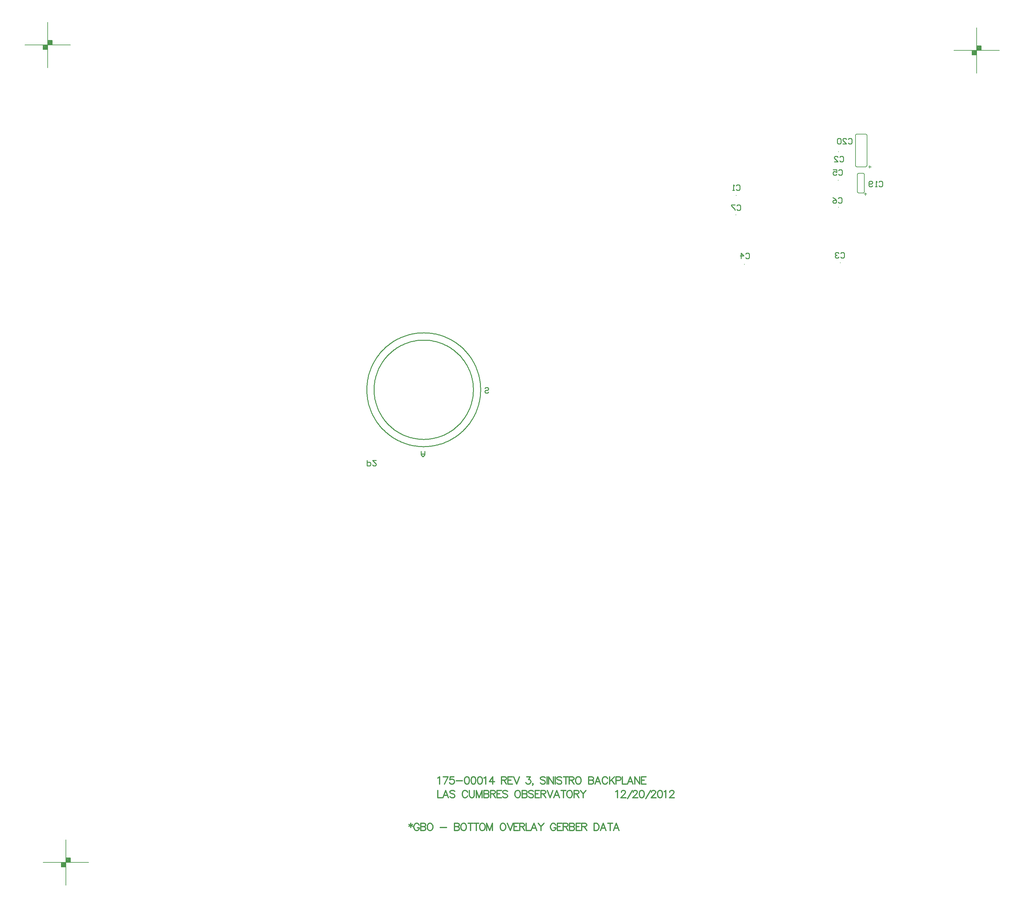
<source format=gbo>
%FSLAX23Y23*%
%MOIN*%
G70*
G01*
G75*
G04 Layer_Color=32896*
%ADD10R,0.037X0.035*%
%ADD11R,0.037X0.035*%
%ADD12R,0.070X0.135*%
%ADD13R,0.036X0.036*%
%ADD14R,0.036X0.028*%
%ADD15R,0.100X0.100*%
%ADD16R,0.078X0.048*%
%ADD17R,0.050X0.050*%
%ADD18R,0.050X0.050*%
%ADD19R,0.016X0.085*%
%ADD20R,0.709X0.020*%
%ADD21R,0.048X0.078*%
%ADD22R,0.135X0.070*%
%ADD23C,0.010*%
%ADD24C,0.030*%
%ADD25C,0.050*%
%ADD26C,0.006*%
%ADD27C,0.012*%
%ADD28C,0.008*%
%ADD29C,0.012*%
%ADD30C,0.012*%
%ADD31C,0.050*%
%ADD32O,0.090X0.110*%
G04:AMPARAMS|DCode=33|XSize=90mil|YSize=110mil|CornerRadius=0mil|HoleSize=0mil|Usage=FLASHONLY|Rotation=231.428|XOffset=0mil|YOffset=0mil|HoleType=Round|Shape=Round|*
%AMOVALD33*
21,1,0.020,0.090,0.000,0.000,321.4*
1,1,0.090,-0.008,0.006*
1,1,0.090,0.008,-0.006*
%
%ADD33OVALD33*%

G04:AMPARAMS|DCode=34|XSize=90mil|YSize=110mil|CornerRadius=0mil|HoleSize=0mil|Usage=FLASHONLY|Rotation=282.856|XOffset=0mil|YOffset=0mil|HoleType=Round|Shape=Round|*
%AMOVALD34*
21,1,0.020,0.090,0.000,0.000,12.9*
1,1,0.090,-0.010,-0.002*
1,1,0.090,0.010,0.002*
%
%ADD34OVALD34*%

G04:AMPARAMS|DCode=35|XSize=90mil|YSize=110mil|CornerRadius=0mil|HoleSize=0mil|Usage=FLASHONLY|Rotation=334.284|XOffset=0mil|YOffset=0mil|HoleType=Round|Shape=Round|*
%AMOVALD35*
21,1,0.020,0.090,0.000,0.000,64.3*
1,1,0.090,-0.004,-0.009*
1,1,0.090,0.004,0.009*
%
%ADD35OVALD35*%

G04:AMPARAMS|DCode=36|XSize=90mil|YSize=110mil|CornerRadius=0mil|HoleSize=0mil|Usage=FLASHONLY|Rotation=25.712|XOffset=0mil|YOffset=0mil|HoleType=Round|Shape=Round|*
%AMOVALD36*
21,1,0.020,0.090,0.000,0.000,115.7*
1,1,0.090,0.004,-0.009*
1,1,0.090,-0.004,0.009*
%
%ADD36OVALD36*%

G04:AMPARAMS|DCode=37|XSize=90mil|YSize=110mil|CornerRadius=0mil|HoleSize=0mil|Usage=FLASHONLY|Rotation=77.140|XOffset=0mil|YOffset=0mil|HoleType=Round|Shape=Round|*
%AMOVALD37*
21,1,0.020,0.090,0.000,0.000,167.1*
1,1,0.090,0.010,-0.002*
1,1,0.090,-0.010,0.002*
%
%ADD37OVALD37*%

G04:AMPARAMS|DCode=38|XSize=90mil|YSize=110mil|CornerRadius=0mil|HoleSize=0mil|Usage=FLASHONLY|Rotation=128.568|XOffset=0mil|YOffset=0mil|HoleType=Round|Shape=Round|*
%AMOVALD38*
21,1,0.020,0.090,0.000,0.000,218.6*
1,1,0.090,0.008,0.006*
1,1,0.090,-0.008,-0.006*
%
%ADD38OVALD38*%

G04:AMPARAMS|DCode=39|XSize=90mil|YSize=110mil|CornerRadius=0mil|HoleSize=0mil|Usage=FLASHONLY|Rotation=207.692|XOffset=0mil|YOffset=0mil|HoleType=Round|Shape=Round|*
%AMOVALD39*
21,1,0.020,0.090,0.000,0.000,297.7*
1,1,0.090,-0.005,0.009*
1,1,0.090,0.005,-0.009*
%
%ADD39OVALD39*%

G04:AMPARAMS|DCode=40|XSize=90mil|YSize=110mil|CornerRadius=0mil|HoleSize=0mil|Usage=FLASHONLY|Rotation=235.384|XOffset=0mil|YOffset=0mil|HoleType=Round|Shape=Round|*
%AMOVALD40*
21,1,0.020,0.090,0.000,0.000,325.4*
1,1,0.090,-0.008,0.006*
1,1,0.090,0.008,-0.006*
%
%ADD40OVALD40*%

G04:AMPARAMS|DCode=41|XSize=90mil|YSize=110mil|CornerRadius=0mil|HoleSize=0mil|Usage=FLASHONLY|Rotation=263.076|XOffset=0mil|YOffset=0mil|HoleType=Round|Shape=Round|*
%AMOVALD41*
21,1,0.020,0.090,0.000,0.000,353.1*
1,1,0.090,-0.010,0.001*
1,1,0.090,0.010,-0.001*
%
%ADD41OVALD41*%

G04:AMPARAMS|DCode=42|XSize=90mil|YSize=110mil|CornerRadius=0mil|HoleSize=0mil|Usage=FLASHONLY|Rotation=290.768|XOffset=0mil|YOffset=0mil|HoleType=Round|Shape=Round|*
%AMOVALD42*
21,1,0.020,0.090,0.000,0.000,20.8*
1,1,0.090,-0.009,-0.004*
1,1,0.090,0.009,0.004*
%
%ADD42OVALD42*%

G04:AMPARAMS|DCode=43|XSize=90mil|YSize=110mil|CornerRadius=0mil|HoleSize=0mil|Usage=FLASHONLY|Rotation=318.460|XOffset=0mil|YOffset=0mil|HoleType=Round|Shape=Round|*
%AMOVALD43*
21,1,0.020,0.090,0.000,0.000,48.5*
1,1,0.090,-0.007,-0.007*
1,1,0.090,0.007,0.007*
%
%ADD43OVALD43*%

G04:AMPARAMS|DCode=44|XSize=90mil|YSize=110mil|CornerRadius=0mil|HoleSize=0mil|Usage=FLASHONLY|Rotation=346.152|XOffset=0mil|YOffset=0mil|HoleType=Round|Shape=Round|*
%AMOVALD44*
21,1,0.020,0.090,0.000,0.000,76.2*
1,1,0.090,-0.002,-0.010*
1,1,0.090,0.002,0.010*
%
%ADD44OVALD44*%

G04:AMPARAMS|DCode=45|XSize=90mil|YSize=110mil|CornerRadius=0mil|HoleSize=0mil|Usage=FLASHONLY|Rotation=13.844|XOffset=0mil|YOffset=0mil|HoleType=Round|Shape=Round|*
%AMOVALD45*
21,1,0.020,0.090,0.000,0.000,103.8*
1,1,0.090,0.002,-0.010*
1,1,0.090,-0.002,0.010*
%
%ADD45OVALD45*%

G04:AMPARAMS|DCode=46|XSize=90mil|YSize=110mil|CornerRadius=0mil|HoleSize=0mil|Usage=FLASHONLY|Rotation=41.536|XOffset=0mil|YOffset=0mil|HoleType=Round|Shape=Round|*
%AMOVALD46*
21,1,0.020,0.090,0.000,0.000,131.5*
1,1,0.090,0.007,-0.007*
1,1,0.090,-0.007,0.007*
%
%ADD46OVALD46*%

G04:AMPARAMS|DCode=47|XSize=90mil|YSize=110mil|CornerRadius=0mil|HoleSize=0mil|Usage=FLASHONLY|Rotation=69.228|XOffset=0mil|YOffset=0mil|HoleType=Round|Shape=Round|*
%AMOVALD47*
21,1,0.020,0.090,0.000,0.000,159.2*
1,1,0.090,0.009,-0.004*
1,1,0.090,-0.009,0.004*
%
%ADD47OVALD47*%

G04:AMPARAMS|DCode=48|XSize=90mil|YSize=110mil|CornerRadius=0mil|HoleSize=0mil|Usage=FLASHONLY|Rotation=96.920|XOffset=0mil|YOffset=0mil|HoleType=Round|Shape=Round|*
%AMOVALD48*
21,1,0.020,0.090,0.000,0.000,186.9*
1,1,0.090,0.010,0.001*
1,1,0.090,-0.010,-0.001*
%
%ADD48OVALD48*%

G04:AMPARAMS|DCode=49|XSize=90mil|YSize=110mil|CornerRadius=0mil|HoleSize=0mil|Usage=FLASHONLY|Rotation=124.612|XOffset=0mil|YOffset=0mil|HoleType=Round|Shape=Round|*
%AMOVALD49*
21,1,0.020,0.090,0.000,0.000,214.6*
1,1,0.090,0.008,0.006*
1,1,0.090,-0.008,-0.006*
%
%ADD49OVALD49*%

G04:AMPARAMS|DCode=50|XSize=90mil|YSize=110mil|CornerRadius=0mil|HoleSize=0mil|Usage=FLASHONLY|Rotation=152.304|XOffset=0mil|YOffset=0mil|HoleType=Round|Shape=Round|*
%AMOVALD50*
21,1,0.020,0.090,0.000,0.000,242.3*
1,1,0.090,0.005,0.009*
1,1,0.090,-0.005,-0.009*
%
%ADD50OVALD50*%

G04:AMPARAMS|DCode=51|XSize=90mil|YSize=110mil|CornerRadius=0mil|HoleSize=0mil|Usage=FLASHONLY|Rotation=198.000|XOffset=0mil|YOffset=0mil|HoleType=Round|Shape=Round|*
%AMOVALD51*
21,1,0.020,0.090,0.000,0.000,288.0*
1,1,0.090,-0.003,0.010*
1,1,0.090,0.003,-0.010*
%
%ADD51OVALD51*%

G04:AMPARAMS|DCode=52|XSize=90mil|YSize=110mil|CornerRadius=0mil|HoleSize=0mil|Usage=FLASHONLY|Rotation=216.000|XOffset=0mil|YOffset=0mil|HoleType=Round|Shape=Round|*
%AMOVALD52*
21,1,0.020,0.090,0.000,0.000,306.0*
1,1,0.090,-0.006,0.008*
1,1,0.090,0.006,-0.008*
%
%ADD52OVALD52*%

G04:AMPARAMS|DCode=53|XSize=90mil|YSize=110mil|CornerRadius=0mil|HoleSize=0mil|Usage=FLASHONLY|Rotation=234.000|XOffset=0mil|YOffset=0mil|HoleType=Round|Shape=Round|*
%AMOVALD53*
21,1,0.020,0.090,0.000,0.000,324.0*
1,1,0.090,-0.008,0.006*
1,1,0.090,0.008,-0.006*
%
%ADD53OVALD53*%

G04:AMPARAMS|DCode=54|XSize=90mil|YSize=110mil|CornerRadius=0mil|HoleSize=0mil|Usage=FLASHONLY|Rotation=252.000|XOffset=0mil|YOffset=0mil|HoleType=Round|Shape=Round|*
%AMOVALD54*
21,1,0.020,0.090,0.000,0.000,342.0*
1,1,0.090,-0.010,0.003*
1,1,0.090,0.010,-0.003*
%
%ADD54OVALD54*%

%ADD55O,0.110X0.090*%
G04:AMPARAMS|DCode=56|XSize=90mil|YSize=110mil|CornerRadius=0mil|HoleSize=0mil|Usage=FLASHONLY|Rotation=288.000|XOffset=0mil|YOffset=0mil|HoleType=Round|Shape=Round|*
%AMOVALD56*
21,1,0.020,0.090,0.000,0.000,18.0*
1,1,0.090,-0.010,-0.003*
1,1,0.090,0.010,0.003*
%
%ADD56OVALD56*%

G04:AMPARAMS|DCode=57|XSize=90mil|YSize=110mil|CornerRadius=0mil|HoleSize=0mil|Usage=FLASHONLY|Rotation=306.000|XOffset=0mil|YOffset=0mil|HoleType=Round|Shape=Round|*
%AMOVALD57*
21,1,0.020,0.090,0.000,0.000,36.0*
1,1,0.090,-0.008,-0.006*
1,1,0.090,0.008,0.006*
%
%ADD57OVALD57*%

G04:AMPARAMS|DCode=58|XSize=90mil|YSize=110mil|CornerRadius=0mil|HoleSize=0mil|Usage=FLASHONLY|Rotation=324.000|XOffset=0mil|YOffset=0mil|HoleType=Round|Shape=Round|*
%AMOVALD58*
21,1,0.020,0.090,0.000,0.000,54.0*
1,1,0.090,-0.006,-0.008*
1,1,0.090,0.006,0.008*
%
%ADD58OVALD58*%

G04:AMPARAMS|DCode=59|XSize=90mil|YSize=110mil|CornerRadius=0mil|HoleSize=0mil|Usage=FLASHONLY|Rotation=342.000|XOffset=0mil|YOffset=0mil|HoleType=Round|Shape=Round|*
%AMOVALD59*
21,1,0.020,0.090,0.000,0.000,72.0*
1,1,0.090,-0.003,-0.010*
1,1,0.090,0.003,0.010*
%
%ADD59OVALD59*%

%ADD60C,0.059*%
%ADD61R,0.059X0.059*%
%ADD62R,0.070X0.070*%
%ADD63C,0.070*%
%ADD64C,0.040*%
%ADD65C,0.236*%
%ADD66C,0.024*%
%ADD67C,0.010*%
%ADD68C,0.040*%
%ADD69C,0.065*%
G04:AMPARAMS|DCode=70|XSize=85mil|YSize=85mil|CornerRadius=0mil|HoleSize=0mil|Usage=FLASHONLY|Rotation=0.000|XOffset=0mil|YOffset=0mil|HoleType=Round|Shape=Relief|Width=10mil|Gap=10mil|Entries=4|*
%AMTHD70*
7,0,0,0.085,0.065,0.010,45*
%
%ADD70THD70*%
G04:AMPARAMS|DCode=71|XSize=130mil|YSize=130mil|CornerRadius=0mil|HoleSize=0mil|Usage=FLASHONLY|Rotation=0.000|XOffset=0mil|YOffset=0mil|HoleType=Round|Shape=Relief|Width=10mil|Gap=10mil|Entries=4|*
%AMTHD71*
7,0,0,0.130,0.110,0.010,45*
%
%ADD71THD71*%
%ADD72C,0.110*%
%ADD73C,0.079*%
G04:AMPARAMS|DCode=74|XSize=99.37mil|YSize=99.37mil|CornerRadius=0mil|HoleSize=0mil|Usage=FLASHONLY|Rotation=0.000|XOffset=0mil|YOffset=0mil|HoleType=Round|Shape=Relief|Width=10mil|Gap=10mil|Entries=4|*
%AMTHD74*
7,0,0,0.099,0.079,0.010,45*
%
%ADD74THD74*%
%ADD75C,0.075*%
%ADD76C,0.080*%
G04:AMPARAMS|DCode=77|XSize=95.433mil|YSize=95.433mil|CornerRadius=0mil|HoleSize=0mil|Usage=FLASHONLY|Rotation=0.000|XOffset=0mil|YOffset=0mil|HoleType=Round|Shape=Relief|Width=10mil|Gap=10mil|Entries=4|*
%AMTHD77*
7,0,0,0.095,0.075,0.010,45*
%
%ADD77THD77*%
%ADD78C,0.174*%
G04:AMPARAMS|DCode=79|XSize=70mil|YSize=70mil|CornerRadius=0mil|HoleSize=0mil|Usage=FLASHONLY|Rotation=0.000|XOffset=0mil|YOffset=0mil|HoleType=Round|Shape=Relief|Width=10mil|Gap=10mil|Entries=4|*
%AMTHD79*
7,0,0,0.070,0.050,0.010,45*
%
%ADD79THD79*%
%ADD80C,0.020*%
G04:AMPARAMS|DCode=81|XSize=100mil|YSize=100mil|CornerRadius=0mil|HoleSize=0mil|Usage=FLASHONLY|Rotation=0.000|XOffset=0mil|YOffset=0mil|HoleType=Round|Shape=Relief|Width=10mil|Gap=10mil|Entries=4|*
%AMTHD81*
7,0,0,0.100,0.080,0.010,45*
%
%ADD81THD81*%
%ADD82C,0.010*%
%ADD83C,0.008*%
%ADD84C,0.007*%
%ADD85R,0.257X0.178*%
%ADD86R,1.096X0.079*%
%ADD87R,1.496X0.079*%
%ADD88R,1.000X0.079*%
%ADD89R,0.045X0.043*%
%ADD90R,0.045X0.043*%
%ADD91R,0.078X0.143*%
%ADD92R,0.044X0.044*%
%ADD93R,0.044X0.036*%
%ADD94R,0.108X0.108*%
%ADD95R,0.086X0.056*%
%ADD96R,0.058X0.058*%
%ADD97R,0.058X0.058*%
%ADD98R,0.024X0.093*%
%ADD99R,0.717X0.028*%
%ADD100R,0.056X0.086*%
%ADD101R,0.143X0.078*%
%ADD102O,0.098X0.118*%
G04:AMPARAMS|DCode=103|XSize=98mil|YSize=118mil|CornerRadius=0mil|HoleSize=0mil|Usage=FLASHONLY|Rotation=231.428|XOffset=0mil|YOffset=0mil|HoleType=Round|Shape=Round|*
%AMOVALD103*
21,1,0.020,0.098,0.000,0.000,321.4*
1,1,0.098,-0.008,0.006*
1,1,0.098,0.008,-0.006*
%
%ADD103OVALD103*%

G04:AMPARAMS|DCode=104|XSize=98mil|YSize=118mil|CornerRadius=0mil|HoleSize=0mil|Usage=FLASHONLY|Rotation=282.856|XOffset=0mil|YOffset=0mil|HoleType=Round|Shape=Round|*
%AMOVALD104*
21,1,0.020,0.098,0.000,0.000,12.9*
1,1,0.098,-0.010,-0.002*
1,1,0.098,0.010,0.002*
%
%ADD104OVALD104*%

G04:AMPARAMS|DCode=105|XSize=98mil|YSize=118mil|CornerRadius=0mil|HoleSize=0mil|Usage=FLASHONLY|Rotation=334.284|XOffset=0mil|YOffset=0mil|HoleType=Round|Shape=Round|*
%AMOVALD105*
21,1,0.020,0.098,0.000,0.000,64.3*
1,1,0.098,-0.004,-0.009*
1,1,0.098,0.004,0.009*
%
%ADD105OVALD105*%

G04:AMPARAMS|DCode=106|XSize=98mil|YSize=118mil|CornerRadius=0mil|HoleSize=0mil|Usage=FLASHONLY|Rotation=25.712|XOffset=0mil|YOffset=0mil|HoleType=Round|Shape=Round|*
%AMOVALD106*
21,1,0.020,0.098,0.000,0.000,115.7*
1,1,0.098,0.004,-0.009*
1,1,0.098,-0.004,0.009*
%
%ADD106OVALD106*%

G04:AMPARAMS|DCode=107|XSize=98mil|YSize=118mil|CornerRadius=0mil|HoleSize=0mil|Usage=FLASHONLY|Rotation=77.140|XOffset=0mil|YOffset=0mil|HoleType=Round|Shape=Round|*
%AMOVALD107*
21,1,0.020,0.098,0.000,0.000,167.1*
1,1,0.098,0.010,-0.002*
1,1,0.098,-0.010,0.002*
%
%ADD107OVALD107*%

G04:AMPARAMS|DCode=108|XSize=98mil|YSize=118mil|CornerRadius=0mil|HoleSize=0mil|Usage=FLASHONLY|Rotation=128.568|XOffset=0mil|YOffset=0mil|HoleType=Round|Shape=Round|*
%AMOVALD108*
21,1,0.020,0.098,0.000,0.000,218.6*
1,1,0.098,0.008,0.006*
1,1,0.098,-0.008,-0.006*
%
%ADD108OVALD108*%

G04:AMPARAMS|DCode=109|XSize=98mil|YSize=118mil|CornerRadius=0mil|HoleSize=0mil|Usage=FLASHONLY|Rotation=207.692|XOffset=0mil|YOffset=0mil|HoleType=Round|Shape=Round|*
%AMOVALD109*
21,1,0.020,0.098,0.000,0.000,297.7*
1,1,0.098,-0.005,0.009*
1,1,0.098,0.005,-0.009*
%
%ADD109OVALD109*%

G04:AMPARAMS|DCode=110|XSize=98mil|YSize=118mil|CornerRadius=0mil|HoleSize=0mil|Usage=FLASHONLY|Rotation=235.384|XOffset=0mil|YOffset=0mil|HoleType=Round|Shape=Round|*
%AMOVALD110*
21,1,0.020,0.098,0.000,0.000,325.4*
1,1,0.098,-0.008,0.006*
1,1,0.098,0.008,-0.006*
%
%ADD110OVALD110*%

G04:AMPARAMS|DCode=111|XSize=98mil|YSize=118mil|CornerRadius=0mil|HoleSize=0mil|Usage=FLASHONLY|Rotation=263.076|XOffset=0mil|YOffset=0mil|HoleType=Round|Shape=Round|*
%AMOVALD111*
21,1,0.020,0.098,0.000,0.000,353.1*
1,1,0.098,-0.010,0.001*
1,1,0.098,0.010,-0.001*
%
%ADD111OVALD111*%

G04:AMPARAMS|DCode=112|XSize=98mil|YSize=118mil|CornerRadius=0mil|HoleSize=0mil|Usage=FLASHONLY|Rotation=290.768|XOffset=0mil|YOffset=0mil|HoleType=Round|Shape=Round|*
%AMOVALD112*
21,1,0.020,0.098,0.000,0.000,20.8*
1,1,0.098,-0.009,-0.004*
1,1,0.098,0.009,0.004*
%
%ADD112OVALD112*%

G04:AMPARAMS|DCode=113|XSize=98mil|YSize=118mil|CornerRadius=0mil|HoleSize=0mil|Usage=FLASHONLY|Rotation=318.460|XOffset=0mil|YOffset=0mil|HoleType=Round|Shape=Round|*
%AMOVALD113*
21,1,0.020,0.098,0.000,0.000,48.5*
1,1,0.098,-0.007,-0.007*
1,1,0.098,0.007,0.007*
%
%ADD113OVALD113*%

G04:AMPARAMS|DCode=114|XSize=98mil|YSize=118mil|CornerRadius=0mil|HoleSize=0mil|Usage=FLASHONLY|Rotation=346.152|XOffset=0mil|YOffset=0mil|HoleType=Round|Shape=Round|*
%AMOVALD114*
21,1,0.020,0.098,0.000,0.000,76.2*
1,1,0.098,-0.002,-0.010*
1,1,0.098,0.002,0.010*
%
%ADD114OVALD114*%

G04:AMPARAMS|DCode=115|XSize=98mil|YSize=118mil|CornerRadius=0mil|HoleSize=0mil|Usage=FLASHONLY|Rotation=13.844|XOffset=0mil|YOffset=0mil|HoleType=Round|Shape=Round|*
%AMOVALD115*
21,1,0.020,0.098,0.000,0.000,103.8*
1,1,0.098,0.002,-0.010*
1,1,0.098,-0.002,0.010*
%
%ADD115OVALD115*%

G04:AMPARAMS|DCode=116|XSize=98mil|YSize=118mil|CornerRadius=0mil|HoleSize=0mil|Usage=FLASHONLY|Rotation=41.536|XOffset=0mil|YOffset=0mil|HoleType=Round|Shape=Round|*
%AMOVALD116*
21,1,0.020,0.098,0.000,0.000,131.5*
1,1,0.098,0.007,-0.007*
1,1,0.098,-0.007,0.007*
%
%ADD116OVALD116*%

G04:AMPARAMS|DCode=117|XSize=98mil|YSize=118mil|CornerRadius=0mil|HoleSize=0mil|Usage=FLASHONLY|Rotation=69.228|XOffset=0mil|YOffset=0mil|HoleType=Round|Shape=Round|*
%AMOVALD117*
21,1,0.020,0.098,0.000,0.000,159.2*
1,1,0.098,0.009,-0.004*
1,1,0.098,-0.009,0.004*
%
%ADD117OVALD117*%

G04:AMPARAMS|DCode=118|XSize=98mil|YSize=118mil|CornerRadius=0mil|HoleSize=0mil|Usage=FLASHONLY|Rotation=96.920|XOffset=0mil|YOffset=0mil|HoleType=Round|Shape=Round|*
%AMOVALD118*
21,1,0.020,0.098,0.000,0.000,186.9*
1,1,0.098,0.010,0.001*
1,1,0.098,-0.010,-0.001*
%
%ADD118OVALD118*%

G04:AMPARAMS|DCode=119|XSize=98mil|YSize=118mil|CornerRadius=0mil|HoleSize=0mil|Usage=FLASHONLY|Rotation=124.612|XOffset=0mil|YOffset=0mil|HoleType=Round|Shape=Round|*
%AMOVALD119*
21,1,0.020,0.098,0.000,0.000,214.6*
1,1,0.098,0.008,0.006*
1,1,0.098,-0.008,-0.006*
%
%ADD119OVALD119*%

G04:AMPARAMS|DCode=120|XSize=98mil|YSize=118mil|CornerRadius=0mil|HoleSize=0mil|Usage=FLASHONLY|Rotation=152.304|XOffset=0mil|YOffset=0mil|HoleType=Round|Shape=Round|*
%AMOVALD120*
21,1,0.020,0.098,0.000,0.000,242.3*
1,1,0.098,0.005,0.009*
1,1,0.098,-0.005,-0.009*
%
%ADD120OVALD120*%

G04:AMPARAMS|DCode=121|XSize=98mil|YSize=118mil|CornerRadius=0mil|HoleSize=0mil|Usage=FLASHONLY|Rotation=198.000|XOffset=0mil|YOffset=0mil|HoleType=Round|Shape=Round|*
%AMOVALD121*
21,1,0.020,0.098,0.000,0.000,288.0*
1,1,0.098,-0.003,0.010*
1,1,0.098,0.003,-0.010*
%
%ADD121OVALD121*%

G04:AMPARAMS|DCode=122|XSize=98mil|YSize=118mil|CornerRadius=0mil|HoleSize=0mil|Usage=FLASHONLY|Rotation=216.000|XOffset=0mil|YOffset=0mil|HoleType=Round|Shape=Round|*
%AMOVALD122*
21,1,0.020,0.098,0.000,0.000,306.0*
1,1,0.098,-0.006,0.008*
1,1,0.098,0.006,-0.008*
%
%ADD122OVALD122*%

G04:AMPARAMS|DCode=123|XSize=98mil|YSize=118mil|CornerRadius=0mil|HoleSize=0mil|Usage=FLASHONLY|Rotation=234.000|XOffset=0mil|YOffset=0mil|HoleType=Round|Shape=Round|*
%AMOVALD123*
21,1,0.020,0.098,0.000,0.000,324.0*
1,1,0.098,-0.008,0.006*
1,1,0.098,0.008,-0.006*
%
%ADD123OVALD123*%

G04:AMPARAMS|DCode=124|XSize=98mil|YSize=118mil|CornerRadius=0mil|HoleSize=0mil|Usage=FLASHONLY|Rotation=252.000|XOffset=0mil|YOffset=0mil|HoleType=Round|Shape=Round|*
%AMOVALD124*
21,1,0.020,0.098,0.000,0.000,342.0*
1,1,0.098,-0.010,0.003*
1,1,0.098,0.010,-0.003*
%
%ADD124OVALD124*%

%ADD125O,0.118X0.098*%
G04:AMPARAMS|DCode=126|XSize=98mil|YSize=118mil|CornerRadius=0mil|HoleSize=0mil|Usage=FLASHONLY|Rotation=288.000|XOffset=0mil|YOffset=0mil|HoleType=Round|Shape=Round|*
%AMOVALD126*
21,1,0.020,0.098,0.000,0.000,18.0*
1,1,0.098,-0.010,-0.003*
1,1,0.098,0.010,0.003*
%
%ADD126OVALD126*%

G04:AMPARAMS|DCode=127|XSize=98mil|YSize=118mil|CornerRadius=0mil|HoleSize=0mil|Usage=FLASHONLY|Rotation=306.000|XOffset=0mil|YOffset=0mil|HoleType=Round|Shape=Round|*
%AMOVALD127*
21,1,0.020,0.098,0.000,0.000,36.0*
1,1,0.098,-0.008,-0.006*
1,1,0.098,0.008,0.006*
%
%ADD127OVALD127*%

G04:AMPARAMS|DCode=128|XSize=98mil|YSize=118mil|CornerRadius=0mil|HoleSize=0mil|Usage=FLASHONLY|Rotation=324.000|XOffset=0mil|YOffset=0mil|HoleType=Round|Shape=Round|*
%AMOVALD128*
21,1,0.020,0.098,0.000,0.000,54.0*
1,1,0.098,-0.006,-0.008*
1,1,0.098,0.006,0.008*
%
%ADD128OVALD128*%

G04:AMPARAMS|DCode=129|XSize=98mil|YSize=118mil|CornerRadius=0mil|HoleSize=0mil|Usage=FLASHONLY|Rotation=342.000|XOffset=0mil|YOffset=0mil|HoleType=Round|Shape=Round|*
%AMOVALD129*
21,1,0.020,0.098,0.000,0.000,72.0*
1,1,0.098,-0.003,-0.010*
1,1,0.098,0.003,0.010*
%
%ADD129OVALD129*%

%ADD130C,0.067*%
%ADD131R,0.067X0.067*%
%ADD132R,0.078X0.078*%
%ADD133C,0.078*%
%ADD134C,0.048*%
%ADD135C,0.244*%
%ADD136C,0.032*%
%ADD137C,0.018*%
%ADD138R,1.960X0.420*%
D23*
X32783Y24223D02*
X32783Y24233D01*
X32783Y24243D01*
X32782Y24253D01*
X32782Y24263D01*
X32781Y24273D01*
X32780Y24283D01*
X32779Y24293D01*
X32778Y24303D01*
X32777Y24313D01*
X32775Y24323D01*
X32774Y24333D01*
X32772Y24343D01*
X32770Y24352D01*
X32768Y24362D01*
X32765Y24372D01*
X32763Y24382D01*
X32760Y24391D01*
X32758Y24401D01*
X32755Y24410D01*
X32752Y24420D01*
X32748Y24429D01*
X32745Y24439D01*
X32741Y24448D01*
X32738Y24457D01*
X32734Y24467D01*
X32730Y24476D01*
X32726Y24485D01*
X32722Y24494D01*
X32717Y24503D01*
X32713Y24512D01*
X32708Y24521D01*
X32703Y24529D01*
X32698Y24538D01*
X32693Y24547D01*
X32688Y24555D01*
X32683Y24564D01*
X32677Y24572D01*
X32671Y24580D01*
X32666Y24588D01*
X32660Y24597D01*
X32654Y24604D01*
X32648Y24612D01*
X32641Y24620D01*
X32635Y24628D01*
X32628Y24635D01*
X32622Y24643D01*
X32615Y24650D01*
X32608Y24657D01*
X32601Y24665D01*
X32594Y24672D01*
X32587Y24679D01*
X32579Y24685D01*
X32572Y24692D01*
X32564Y24699D01*
X32557Y24705D01*
X32549Y24711D01*
X32541Y24717D01*
X32533Y24724D01*
X32525Y24729D01*
X32517Y24735D01*
X32509Y24741D01*
X32500Y24746D01*
X32492Y24752D01*
X32484Y24757D01*
X32475Y24762D01*
X32466Y24767D01*
X32458Y24772D01*
X32449Y24777D01*
X32440Y24781D01*
X32431Y24786D01*
X32422Y24790D01*
X32413Y24794D01*
X32404Y24798D01*
X32394Y24802D01*
X32385Y24806D01*
X32376Y24809D01*
X32366Y24813D01*
X32357Y24816D01*
X32348Y24819D01*
X32338Y24822D01*
X32328Y24825D01*
X32319Y24828D01*
X32309Y24830D01*
X32299Y24832D01*
X32290Y24835D01*
X32280Y24837D01*
X32270Y24838D01*
X32260Y24840D01*
X32250Y24842D01*
X32240Y24843D01*
X32230Y24844D01*
X32221Y24845D01*
X32211Y24846D01*
X32201Y24847D01*
X32191Y24848D01*
X32181Y24848D01*
X32171Y24848D01*
X32161Y24849D01*
X32151Y24848D01*
X32141Y24848D01*
X32131Y24848D01*
X32121Y24847D01*
X32111Y24847D01*
X32101Y24846D01*
X32091Y24845D01*
X32081Y24844D01*
X32071Y24842D01*
X32061Y24841D01*
X32051Y24839D01*
X32041Y24838D01*
X32032Y24836D01*
X32022Y24833D01*
X32012Y24831D01*
X32002Y24829D01*
X31993Y24826D01*
X31983Y24824D01*
X31974Y24821D01*
X31964Y24818D01*
X31955Y24814D01*
X31945Y24811D01*
X31936Y24808D01*
X31926Y24804D01*
X31917Y24800D01*
X31908Y24796D01*
X31899Y24792D01*
X31890Y24788D01*
X31881Y24784D01*
X31872Y24779D01*
X31863Y24775D01*
X31854Y24770D01*
X31846Y24765D01*
X31837Y24760D01*
X31828Y24755D01*
X31820Y24749D01*
X31812Y24744D01*
X31803Y24738D01*
X31795Y24732D01*
X31787Y24726D01*
X31779Y24721D01*
X31771Y24714D01*
X31763Y24708D01*
X31756Y24702D01*
X31748Y24695D01*
X31741Y24689D01*
X31733Y24682D01*
X31726Y24675D01*
X31719Y24668D01*
X31712Y24661D01*
X31705Y24654D01*
X31698Y24647D01*
X31691Y24639D01*
X31685Y24632D01*
X31678Y24624D01*
X31672Y24616D01*
X31666Y24608D01*
X31660Y24601D01*
X31654Y24592D01*
X31648Y24584D01*
X31642Y24576D01*
X31637Y24568D01*
X31631Y24559D01*
X31626Y24551D01*
X31621Y24542D01*
X31616Y24534D01*
X31611Y24525D01*
X31606Y24516D01*
X31601Y24507D01*
X31597Y24499D01*
X31593Y24490D01*
X31588Y24480D01*
X31584Y24471D01*
X31580Y24462D01*
X31577Y24453D01*
X31573Y24444D01*
X31570Y24434D01*
X31566Y24425D01*
X31563Y24415D01*
X31560Y24406D01*
X31557Y24396D01*
X31555Y24386D01*
X31552Y24377D01*
X31550Y24367D01*
X31548Y24357D01*
X31546Y24348D01*
X31544Y24338D01*
X31542Y24328D01*
X31540Y24318D01*
X31539Y24308D01*
X31538Y24298D01*
X31536Y24288D01*
X31536Y24278D01*
X31535Y24268D01*
X31534Y24258D01*
X31534Y24248D01*
X31533Y24238D01*
X31533Y24228D01*
Y24218D01*
X31533Y24208D01*
X31534Y24199D01*
X31534Y24189D01*
X31535Y24179D01*
X31536Y24169D01*
X31536Y24159D01*
X31538Y24149D01*
X31539Y24139D01*
X31540Y24129D01*
X31542Y24119D01*
X31544Y24109D01*
X31546Y24099D01*
X31548Y24090D01*
X31550Y24080D01*
X31552Y24070D01*
X31555Y24060D01*
X31557Y24051D01*
X31560Y24041D01*
X31563Y24032D01*
X31566Y24022D01*
X31570Y24013D01*
X31573Y24003D01*
X31577Y23994D01*
X31580Y23985D01*
X31584Y23976D01*
X31588Y23967D01*
X31593Y23957D01*
X31597Y23948D01*
X31601Y23939D01*
X31606Y23931D01*
X31611Y23922D01*
X31616Y23913D01*
X31621Y23904D01*
X31626Y23896D01*
X31631Y23887D01*
X31637Y23879D01*
X31642Y23871D01*
X31648Y23863D01*
X31654Y23854D01*
X31660Y23846D01*
X31666Y23839D01*
X31672Y23831D01*
X31678Y23823D01*
X31685Y23815D01*
X31691Y23808D01*
X31698Y23800D01*
X31705Y23793D01*
X31712Y23786D01*
X31719Y23779D01*
X31726Y23772D01*
X31733Y23765D01*
X31741Y23758D01*
X31748Y23752D01*
X31756Y23745D01*
X31763Y23739D01*
X31771Y23733D01*
X31779Y23726D01*
X31787Y23720D01*
X31795Y23715D01*
X31803Y23709D01*
X31812Y23703D01*
X31820Y23698D01*
X31828Y23692D01*
X31837Y23687D01*
X31846Y23682D01*
X31854Y23677D01*
X31863Y23672D01*
X31872Y23668D01*
X31881Y23663D01*
X31890Y23659D01*
X31899Y23655D01*
X31908Y23651D01*
X31917Y23647D01*
X31926Y23643D01*
X31936Y23639D01*
X31945Y23636D01*
X31955Y23633D01*
X31964Y23629D01*
X31974Y23626D01*
X31983Y23623D01*
X31993Y23621D01*
X32002Y23618D01*
X32012Y23616D01*
X32022Y23613D01*
X32032Y23611D01*
X32041Y23609D01*
X32051Y23608D01*
X32061Y23606D01*
X32071Y23605D01*
X32081Y23603D01*
X32091Y23602D01*
X32101Y23601D01*
X32111Y23600D01*
X32121Y23600D01*
X32131Y23599D01*
X32141Y23599D01*
X32151Y23598D01*
X32161Y23598D01*
X32171Y23599D01*
X32181Y23599D01*
X32191Y23599D01*
X32201Y23600D01*
X32211Y23601D01*
X32221Y23602D01*
X32230Y23603D01*
X32240Y23604D01*
X32250Y23605D01*
X32260Y23607D01*
X32270Y23609D01*
X32280Y23610D01*
X32290Y23612D01*
X32299Y23615D01*
X32309Y23617D01*
X32319Y23619D01*
X32328Y23622D01*
X32338Y23625D01*
X32347Y23628D01*
X32357Y23631D01*
X32366Y23634D01*
X32376Y23638D01*
X32385Y23641D01*
X32394Y23645D01*
X32404Y23649D01*
X32413Y23653D01*
X32422Y23657D01*
X32431Y23661D01*
X32440Y23666D01*
X32449Y23670D01*
X32458Y23675D01*
X32466Y23680D01*
X32475Y23685D01*
X32484Y23690D01*
X32492Y23695D01*
X32500Y23700D01*
X32509Y23706D01*
X32517Y23712D01*
X32525Y23718D01*
X32533Y23723D01*
X32541Y23729D01*
X32549Y23736D01*
X32557Y23742D01*
X32564Y23748D01*
X32572Y23755D01*
X32579Y23762D01*
X32587Y23768D01*
X32594Y23775D01*
X32601Y23782D01*
X32608Y23790D01*
X32615Y23797D01*
X32622Y23804D01*
X32628Y23812D01*
X32635Y23819D01*
X32641Y23827D01*
X32648Y23835D01*
X32654Y23842D01*
X32660Y23850D01*
X32666Y23859D01*
X32671Y23867D01*
X32677Y23875D01*
X32682Y23883D01*
X32688Y23892D01*
X32693Y23900D01*
X32698Y23909D01*
X32703Y23917D01*
X32708Y23926D01*
X32713Y23935D01*
X32717Y23944D01*
X32722Y23953D01*
X32726Y23962D01*
X32730Y23971D01*
X32734Y23980D01*
X32738Y23989D01*
X32741Y23999D01*
X32745Y24008D01*
X32748Y24018D01*
X32752Y24027D01*
X32755Y24037D01*
X32757Y24046D01*
X32760Y24056D01*
X32763Y24065D01*
X32765Y24075D01*
X32768Y24085D01*
X32770Y24094D01*
X32772Y24104D01*
X32774Y24114D01*
X32775Y24124D01*
X32777Y24134D01*
X32778Y24144D01*
X32779Y24154D01*
X32780Y24164D01*
X32781Y24174D01*
X32782Y24184D01*
X32782Y24193D01*
X32783Y24203D01*
X32783Y24213D01*
X32783Y24223D01*
Y24223D01*
X32703D02*
X32703Y24233D01*
X32703Y24243D01*
X32702Y24254D01*
X32702Y24263D01*
X32701Y24273D01*
X32700Y24283D01*
X32699Y24293D01*
X32697Y24303D01*
X32696Y24313D01*
X32694Y24323D01*
X32692Y24333D01*
X32690Y24343D01*
X32688Y24352D01*
X32685Y24362D01*
X32683Y24372D01*
X32680Y24381D01*
X32677Y24391D01*
X32674Y24400D01*
X32670Y24410D01*
X32667Y24419D01*
X32663Y24429D01*
X32659Y24438D01*
X32655Y24447D01*
X32651Y24456D01*
X32647Y24465D01*
X32642Y24474D01*
X32637Y24483D01*
X32633Y24492D01*
X32628Y24500D01*
X32622Y24509D01*
X32617Y24517D01*
X32612Y24526D01*
X32606Y24534D01*
X32600Y24542D01*
X32594Y24550D01*
X32588Y24558D01*
X32582Y24566D01*
X32576Y24574D01*
X32569Y24581D01*
X32563Y24589D01*
X32556Y24596D01*
X32549Y24604D01*
X32542Y24611D01*
X32535Y24618D01*
X32527Y24624D01*
X32520Y24631D01*
X32512Y24638D01*
X32505Y24644D01*
X32497Y24650D01*
X32489Y24657D01*
X32481Y24663D01*
X32473Y24668D01*
X32465Y24674D01*
X32456Y24680D01*
X32448Y24685D01*
X32439Y24690D01*
X32431Y24695D01*
X32422Y24700D01*
X32413Y24705D01*
X32404Y24710D01*
X32395Y24714D01*
X32386Y24718D01*
X32377Y24723D01*
X32368Y24727D01*
X32359Y24730D01*
X32349Y24734D01*
X32340Y24737D01*
X32330Y24741D01*
X32321Y24744D01*
X32311Y24747D01*
X32302Y24749D01*
X32292Y24752D01*
X32282Y24754D01*
X32272Y24756D01*
X32263Y24758D01*
X32253Y24760D01*
X32243Y24762D01*
X32233Y24763D01*
X32223Y24765D01*
X32213Y24766D01*
X32203Y24767D01*
X32193Y24767D01*
X32183Y24768D01*
X32173Y24768D01*
X32163Y24768D01*
X32153D01*
X32143Y24768D01*
X32133Y24768D01*
X32123Y24767D01*
X32113Y24767D01*
X32103Y24766D01*
X32093Y24765D01*
X32083Y24763D01*
X32073Y24762D01*
X32064Y24760D01*
X32054Y24758D01*
X32044Y24756D01*
X32034Y24754D01*
X32024Y24752D01*
X32015Y24749D01*
X32005Y24747D01*
X31995Y24744D01*
X31986Y24741D01*
X31976Y24737D01*
X31967Y24734D01*
X31958Y24730D01*
X31948Y24727D01*
X31939Y24723D01*
X31930Y24718D01*
X31921Y24714D01*
X31912Y24710D01*
X31903Y24705D01*
X31894Y24700D01*
X31886Y24695D01*
X31877Y24690D01*
X31868Y24685D01*
X31860Y24680D01*
X31852Y24674D01*
X31844Y24668D01*
X31835Y24663D01*
X31827Y24657D01*
X31819Y24650D01*
X31812Y24644D01*
X31804Y24638D01*
X31796Y24631D01*
X31789Y24624D01*
X31782Y24618D01*
X31775Y24611D01*
X31767Y24604D01*
X31761Y24596D01*
X31754Y24589D01*
X31747Y24581D01*
X31741Y24574D01*
X31734Y24566D01*
X31728Y24558D01*
X31722Y24550D01*
X31716Y24542D01*
X31710Y24534D01*
X31705Y24526D01*
X31699Y24517D01*
X31694Y24509D01*
X31689Y24500D01*
X31684Y24492D01*
X31679Y24483D01*
X31674Y24474D01*
X31670Y24465D01*
X31665Y24456D01*
X31661Y24447D01*
X31657Y24438D01*
X31653Y24429D01*
X31650Y24419D01*
X31646Y24410D01*
X31643Y24400D01*
X31640Y24391D01*
X31637Y24381D01*
X31634Y24372D01*
X31631Y24362D01*
X31629Y24352D01*
X31626Y24343D01*
X31624Y24333D01*
X31622Y24323D01*
X31621Y24313D01*
X31619Y24303D01*
X31618Y24293D01*
X31616Y24283D01*
X31615Y24273D01*
X31615Y24263D01*
X31614Y24254D01*
X31614Y24243D01*
X31613Y24233D01*
X31613Y24223D01*
X31613Y24213D01*
X31614Y24203D01*
X31614Y24193D01*
X31615Y24183D01*
X31615Y24173D01*
X31616Y24164D01*
X31618Y24154D01*
X31619Y24144D01*
X31621Y24134D01*
X31622Y24124D01*
X31624Y24114D01*
X31626Y24104D01*
X31629Y24095D01*
X31631Y24085D01*
X31634Y24075D01*
X31637Y24066D01*
X31640Y24056D01*
X31643Y24047D01*
X31646Y24037D01*
X31650Y24028D01*
X31653Y24018D01*
X31657Y24009D01*
X31661Y24000D01*
X31665Y23991D01*
X31670Y23982D01*
X31674Y23973D01*
X31679Y23964D01*
X31684Y23955D01*
X31689Y23947D01*
X31694Y23938D01*
X31699Y23930D01*
X31705Y23921D01*
X31710Y23913D01*
X31716Y23905D01*
X31722Y23897D01*
X31728Y23889D01*
X31734Y23881D01*
X31741Y23873D01*
X31747Y23866D01*
X31754Y23858D01*
X31761Y23851D01*
X31767Y23843D01*
X31775Y23836D01*
X31782Y23829D01*
X31789Y23822D01*
X31796Y23816D01*
X31804Y23809D01*
X31812Y23803D01*
X31819Y23796D01*
X31827Y23790D01*
X31835Y23784D01*
X31844Y23778D01*
X31852Y23773D01*
X31860Y23767D01*
X31868Y23762D01*
X31877Y23757D01*
X31886Y23751D01*
X31894Y23747D01*
X31903Y23742D01*
X31912Y23737D01*
X31921Y23733D01*
X31930Y23728D01*
X31939Y23724D01*
X31948Y23720D01*
X31958Y23717D01*
X31967Y23713D01*
X31976Y23710D01*
X31986Y23706D01*
X31995Y23703D01*
X32005Y23700D01*
X32015Y23698D01*
X32024Y23695D01*
X32034Y23693D01*
X32044Y23691D01*
X32054Y23689D01*
X32064Y23687D01*
X32073Y23685D01*
X32083Y23684D01*
X32093Y23682D01*
X32103Y23681D01*
X32113Y23680D01*
X32123Y23680D01*
X32133Y23679D01*
X32143Y23679D01*
X32153Y23678D01*
X32163D01*
X32173Y23679D01*
X32183Y23679D01*
X32193Y23680D01*
X32203Y23680D01*
X32213Y23681D01*
X32223Y23682D01*
X32233Y23684D01*
X32243Y23685D01*
X32253Y23687D01*
X32263Y23689D01*
X32272Y23691D01*
X32282Y23693D01*
X32292Y23695D01*
X32302Y23698D01*
X32311Y23700D01*
X32321Y23703D01*
X32330Y23706D01*
X32340Y23710D01*
X32349Y23713D01*
X32359Y23717D01*
X32368Y23720D01*
X32377Y23724D01*
X32386Y23728D01*
X32395Y23733D01*
X32404Y23737D01*
X32413Y23742D01*
X32422Y23747D01*
X32431Y23751D01*
X32439Y23757D01*
X32448Y23762D01*
X32456Y23767D01*
X32465Y23773D01*
X32473Y23778D01*
X32481Y23784D01*
X32489Y23790D01*
X32497Y23796D01*
X32505Y23803D01*
X32512Y23809D01*
X32520Y23816D01*
X32527Y23823D01*
X32535Y23829D01*
X32542Y23836D01*
X32549Y23843D01*
X32556Y23851D01*
X32563Y23858D01*
X32569Y23866D01*
X32576Y23873D01*
X32582Y23881D01*
X32588Y23889D01*
X32594Y23897D01*
X32600Y23905D01*
X32606Y23913D01*
X32612Y23921D01*
X32617Y23930D01*
X32622Y23938D01*
X32628Y23947D01*
X32633Y23955D01*
X32637Y23964D01*
X32642Y23973D01*
X32647Y23982D01*
X32651Y23991D01*
X32655Y24000D01*
X32659Y24009D01*
X32663Y24018D01*
X32667Y24028D01*
X32670Y24037D01*
X32674Y24047D01*
X32677Y24056D01*
X32680Y24066D01*
X32683Y24075D01*
X32685Y24085D01*
X32688Y24095D01*
X32690Y24104D01*
X32692Y24114D01*
X32694Y24124D01*
X32696Y24134D01*
X32697Y24144D01*
X32699Y24154D01*
X32700Y24164D01*
X32701Y24173D01*
X32702Y24183D01*
X32702Y24193D01*
X32703Y24203D01*
X32703Y24213D01*
X32703Y24223D01*
X31538Y23447D02*
Y23387D01*
X31568D01*
X31578Y23397D01*
Y23417D01*
X31568Y23427D01*
X31538D01*
X31638Y23447D02*
X31598D01*
X31638Y23407D01*
Y23397D01*
X31628Y23387D01*
X31608D01*
X31598Y23397D01*
X32869Y24198D02*
X32859Y24188D01*
X32839D01*
X32829Y24198D01*
Y24208D01*
X32839Y24218D01*
X32859D01*
X32869Y24228D01*
Y24238D01*
X32859Y24248D01*
X32839D01*
X32829Y24238D01*
X32131Y23546D02*
Y23506D01*
X32151Y23486D01*
X32171Y23506D01*
Y23546D01*
Y23516D01*
X32131D01*
X37157Y26502D02*
X37167Y26512D01*
X37187D01*
X37197Y26502D01*
Y26462D01*
X37187Y26452D01*
X37167D01*
X37157Y26462D01*
X37137Y26452D02*
X37117D01*
X37127D01*
Y26512D01*
X37137Y26502D01*
X37087Y26462D02*
X37077Y26452D01*
X37057D01*
X37047Y26462D01*
Y26502D01*
X37057Y26512D01*
X37077D01*
X37087Y26502D01*
Y26492D01*
X37077Y26482D01*
X37047D01*
X36820Y26973D02*
X36830Y26983D01*
X36850D01*
X36860Y26973D01*
Y26933D01*
X36850Y26923D01*
X36830D01*
X36820Y26933D01*
X36760Y26923D02*
X36800D01*
X36760Y26963D01*
Y26973D01*
X36770Y26983D01*
X36790D01*
X36800Y26973D01*
X36740D02*
X36730Y26983D01*
X36710D01*
X36700Y26973D01*
Y26933D01*
X36710Y26923D01*
X36730D01*
X36740Y26933D01*
Y26973D01*
X35591Y26464D02*
X35601Y26474D01*
X35621D01*
X35631Y26464D01*
Y26424D01*
X35621Y26414D01*
X35601D01*
X35591Y26424D01*
X35571Y26414D02*
X35551D01*
X35561D01*
Y26474D01*
X35571Y26464D01*
X36726Y26778D02*
X36736Y26788D01*
X36756D01*
X36766Y26778D01*
Y26738D01*
X36756Y26728D01*
X36736D01*
X36726Y26738D01*
X36666Y26728D02*
X36706D01*
X36666Y26768D01*
Y26778D01*
X36676Y26788D01*
X36696D01*
X36706Y26778D01*
X36738Y25721D02*
X36748Y25731D01*
X36768D01*
X36778Y25721D01*
Y25681D01*
X36768Y25671D01*
X36748D01*
X36738Y25681D01*
X36718Y25721D02*
X36708Y25731D01*
X36688D01*
X36678Y25721D01*
Y25711D01*
X36688Y25701D01*
X36698D01*
X36688D01*
X36678Y25691D01*
Y25681D01*
X36688Y25671D01*
X36708D01*
X36718Y25681D01*
X35695Y25712D02*
X35705Y25722D01*
X35725D01*
X35735Y25712D01*
Y25672D01*
X35725Y25662D01*
X35705D01*
X35695Y25672D01*
X35645Y25662D02*
Y25722D01*
X35675Y25692D01*
X35635D01*
X36715Y26629D02*
X36725Y26639D01*
X36745D01*
X36755Y26629D01*
Y26589D01*
X36745Y26579D01*
X36725D01*
X36715Y26589D01*
X36655Y26639D02*
X36695D01*
Y26609D01*
X36675Y26619D01*
X36665D01*
X36655Y26609D01*
Y26589D01*
X36665Y26579D01*
X36685D01*
X36695Y26589D01*
X36711Y26323D02*
X36721Y26333D01*
X36741D01*
X36751Y26323D01*
Y26283D01*
X36741Y26273D01*
X36721D01*
X36711Y26283D01*
X36651Y26333D02*
X36671Y26323D01*
X36691Y26303D01*
Y26283D01*
X36681Y26273D01*
X36661D01*
X36651Y26283D01*
Y26293D01*
X36661Y26303D01*
X36691D01*
X35598Y26243D02*
X35608Y26253D01*
X35628D01*
X35638Y26243D01*
Y26203D01*
X35628Y26193D01*
X35608D01*
X35598Y26203D01*
X35578Y26253D02*
X35538D01*
Y26243D01*
X35578Y26203D01*
Y26193D01*
D27*
X32017Y19460D02*
Y19414D01*
X31998Y19448D02*
X32036Y19425D01*
Y19448D02*
X31998Y19425D01*
X32109Y19441D02*
X32105Y19448D01*
X32098Y19456D01*
X32090Y19460D01*
X32075D01*
X32067Y19456D01*
X32060Y19448D01*
X32056Y19441D01*
X32052Y19429D01*
Y19410D01*
X32056Y19399D01*
X32060Y19391D01*
X32067Y19384D01*
X32075Y19380D01*
X32090D01*
X32098Y19384D01*
X32105Y19391D01*
X32109Y19399D01*
Y19410D01*
X32090D02*
X32109D01*
X32127Y19460D02*
Y19380D01*
Y19460D02*
X32162D01*
X32173Y19456D01*
X32177Y19452D01*
X32181Y19444D01*
Y19437D01*
X32177Y19429D01*
X32173Y19425D01*
X32162Y19422D01*
X32127D02*
X32162D01*
X32173Y19418D01*
X32177Y19414D01*
X32181Y19406D01*
Y19395D01*
X32177Y19387D01*
X32173Y19384D01*
X32162Y19380D01*
X32127D01*
X32222Y19460D02*
X32214Y19456D01*
X32206Y19448D01*
X32202Y19441D01*
X32199Y19429D01*
Y19410D01*
X32202Y19399D01*
X32206Y19391D01*
X32214Y19384D01*
X32222Y19380D01*
X32237D01*
X32244Y19384D01*
X32252Y19391D01*
X32256Y19399D01*
X32260Y19410D01*
Y19429D01*
X32256Y19441D01*
X32252Y19448D01*
X32244Y19456D01*
X32237Y19460D01*
X32222D01*
X32341Y19414D02*
X32410D01*
X32496Y19460D02*
Y19380D01*
Y19460D02*
X32530D01*
X32542Y19456D01*
X32546Y19452D01*
X32549Y19444D01*
Y19437D01*
X32546Y19429D01*
X32542Y19425D01*
X32530Y19422D01*
X32496D02*
X32530D01*
X32542Y19418D01*
X32546Y19414D01*
X32549Y19406D01*
Y19395D01*
X32546Y19387D01*
X32542Y19384D01*
X32530Y19380D01*
X32496D01*
X32590Y19460D02*
X32583Y19456D01*
X32575Y19448D01*
X32571Y19441D01*
X32567Y19429D01*
Y19410D01*
X32571Y19399D01*
X32575Y19391D01*
X32583Y19384D01*
X32590Y19380D01*
X32605D01*
X32613Y19384D01*
X32621Y19391D01*
X32624Y19399D01*
X32628Y19410D01*
Y19429D01*
X32624Y19441D01*
X32621Y19448D01*
X32613Y19456D01*
X32605Y19460D01*
X32590D01*
X32674D02*
Y19380D01*
X32647Y19460D02*
X32700D01*
X32736D02*
Y19380D01*
X32710Y19460D02*
X32763D01*
X32795D02*
X32788Y19456D01*
X32780Y19448D01*
X32776Y19441D01*
X32773Y19429D01*
Y19410D01*
X32776Y19399D01*
X32780Y19391D01*
X32788Y19384D01*
X32795Y19380D01*
X32811D01*
X32818Y19384D01*
X32826Y19391D01*
X32830Y19399D01*
X32834Y19410D01*
Y19429D01*
X32830Y19441D01*
X32826Y19448D01*
X32818Y19456D01*
X32811Y19460D01*
X32795D01*
X32852D02*
Y19380D01*
Y19460D02*
X32883Y19380D01*
X32913Y19460D02*
X32883Y19380D01*
X32913Y19460D02*
Y19380D01*
X33022Y19460D02*
X33014Y19456D01*
X33006Y19448D01*
X33003Y19441D01*
X32999Y19429D01*
Y19410D01*
X33003Y19399D01*
X33006Y19391D01*
X33014Y19384D01*
X33022Y19380D01*
X33037D01*
X33045Y19384D01*
X33052Y19391D01*
X33056Y19399D01*
X33060Y19410D01*
Y19429D01*
X33056Y19441D01*
X33052Y19448D01*
X33045Y19456D01*
X33037Y19460D01*
X33022D01*
X33078D02*
X33109Y19380D01*
X33139Y19460D02*
X33109Y19380D01*
X33199Y19460D02*
X33150D01*
Y19380D01*
X33199D01*
X33150Y19422D02*
X33180D01*
X33213Y19460D02*
Y19380D01*
Y19460D02*
X33247D01*
X33258Y19456D01*
X33262Y19452D01*
X33266Y19444D01*
Y19437D01*
X33262Y19429D01*
X33258Y19425D01*
X33247Y19422D01*
X33213D01*
X33239D02*
X33266Y19380D01*
X33284Y19460D02*
Y19380D01*
X33329D01*
X33399D02*
X33369Y19460D01*
X33338Y19380D01*
X33350Y19406D02*
X33388D01*
X33418Y19460D02*
X33448Y19422D01*
Y19380D01*
X33479Y19460D02*
X33448Y19422D01*
X33609Y19441D02*
X33605Y19448D01*
X33598Y19456D01*
X33590Y19460D01*
X33575D01*
X33567Y19456D01*
X33560Y19448D01*
X33556Y19441D01*
X33552Y19429D01*
Y19410D01*
X33556Y19399D01*
X33560Y19391D01*
X33567Y19384D01*
X33575Y19380D01*
X33590D01*
X33598Y19384D01*
X33605Y19391D01*
X33609Y19399D01*
Y19410D01*
X33590D02*
X33609D01*
X33677Y19460D02*
X33627D01*
Y19380D01*
X33677D01*
X33627Y19422D02*
X33658D01*
X33690Y19460D02*
Y19380D01*
Y19460D02*
X33724D01*
X33736Y19456D01*
X33740Y19452D01*
X33743Y19444D01*
Y19437D01*
X33740Y19429D01*
X33736Y19425D01*
X33724Y19422D01*
X33690D01*
X33717D02*
X33743Y19380D01*
X33761Y19460D02*
Y19380D01*
Y19460D02*
X33796D01*
X33807Y19456D01*
X33811Y19452D01*
X33815Y19444D01*
Y19437D01*
X33811Y19429D01*
X33807Y19425D01*
X33796Y19422D01*
X33761D02*
X33796D01*
X33807Y19418D01*
X33811Y19414D01*
X33815Y19406D01*
Y19395D01*
X33811Y19387D01*
X33807Y19384D01*
X33796Y19380D01*
X33761D01*
X33882Y19460D02*
X33833D01*
Y19380D01*
X33882D01*
X33833Y19422D02*
X33863D01*
X33895Y19460D02*
Y19380D01*
Y19460D02*
X33930D01*
X33941Y19456D01*
X33945Y19452D01*
X33949Y19444D01*
Y19437D01*
X33945Y19429D01*
X33941Y19425D01*
X33930Y19422D01*
X33895D01*
X33922D02*
X33949Y19380D01*
X34029Y19460D02*
Y19380D01*
Y19460D02*
X34056D01*
X34068Y19456D01*
X34075Y19448D01*
X34079Y19441D01*
X34083Y19429D01*
Y19410D01*
X34079Y19399D01*
X34075Y19391D01*
X34068Y19384D01*
X34056Y19380D01*
X34029D01*
X34162D02*
X34131Y19460D01*
X34101Y19380D01*
X34112Y19406D02*
X34150D01*
X34207Y19460D02*
Y19380D01*
X34180Y19460D02*
X34234D01*
X34304Y19380D02*
X34274Y19460D01*
X34243Y19380D01*
X34255Y19406D02*
X34293D01*
D28*
X36984Y26383D02*
X36993Y26387D01*
X36998Y26397D01*
X36922D02*
X36926Y26387D01*
X36936Y26383D01*
Y26599D02*
X36926Y26595D01*
X36922Y26585D01*
X36998D02*
X36993Y26595D01*
X36984Y26599D01*
X37027Y27015D02*
X37022Y27025D01*
X37013Y27029D01*
X36913D02*
X36903Y27025D01*
X36899Y27015D01*
Y26685D02*
X36903Y26675D01*
X36913Y26671D01*
X37013D02*
X37022Y26675D01*
X37027Y26685D01*
X36936Y26599D02*
X36984D01*
X36936Y26383D02*
X36984D01*
X36998Y26397D02*
Y26585D01*
X36922Y26397D02*
Y26585D01*
X36913Y27029D02*
X37013D01*
X36913Y26671D02*
X37013D01*
X37027Y26685D02*
Y27015D01*
X36899Y26685D02*
Y27015D01*
X28229Y18781D02*
Y19281D01*
X27979Y19031D02*
X28479D01*
X28179Y18981D02*
X28229D01*
X28179D02*
Y19031D01*
X28229Y19081D02*
X28279D01*
Y19031D02*
Y19081D01*
X28234Y19036D02*
Y19076D01*
X28274D01*
Y19036D02*
Y19076D01*
X28234Y19036D02*
X28274D01*
X28239Y19041D02*
Y19071D01*
X28269D01*
Y19041D02*
Y19071D01*
X28244Y19041D02*
X28269D01*
X28244Y19046D02*
Y19066D01*
X28264D01*
Y19046D02*
Y19066D01*
X28249Y19046D02*
X28264D01*
X28249Y19051D02*
Y19061D01*
X28259D01*
Y19051D02*
Y19061D01*
X28249Y19051D02*
X28259D01*
X28254D02*
Y19061D01*
X28184Y18986D02*
Y19026D01*
X28224D01*
Y18986D02*
Y19026D01*
X28184Y18986D02*
X28224D01*
X28189Y18991D02*
Y19021D01*
X28219D01*
Y18991D02*
Y19021D01*
X28194Y18991D02*
X28219D01*
X28194Y18996D02*
Y19016D01*
X28214D01*
Y18996D02*
Y19016D01*
X28199Y18996D02*
X28214D01*
X28199Y19001D02*
Y19011D01*
X28209D01*
Y19001D02*
Y19011D01*
X28199Y19001D02*
X28209D01*
X28204D02*
Y19011D01*
X28029Y27761D02*
Y28261D01*
X27779Y28011D02*
X28279D01*
X27979Y27961D02*
X28029D01*
X27979D02*
Y28011D01*
X28029Y28061D02*
X28079D01*
Y28011D02*
Y28061D01*
X28034Y28016D02*
Y28056D01*
X28074D01*
Y28016D02*
Y28056D01*
X28034Y28016D02*
X28074D01*
X28039Y28021D02*
Y28051D01*
X28069D01*
Y28021D02*
Y28051D01*
X28044Y28021D02*
X28069D01*
X28044Y28026D02*
Y28046D01*
X28064D01*
Y28026D02*
Y28046D01*
X28049Y28026D02*
X28064D01*
X28049Y28031D02*
Y28041D01*
X28059D01*
Y28031D02*
Y28041D01*
X28049Y28031D02*
X28059D01*
X28054D02*
Y28041D01*
X27984Y27966D02*
Y28006D01*
X28024D01*
Y27966D02*
Y28006D01*
X27984Y27966D02*
X28024D01*
X27989Y27971D02*
Y28001D01*
X28019D01*
Y27971D02*
Y28001D01*
X27994Y27971D02*
X28019D01*
X27994Y27976D02*
Y27996D01*
X28014D01*
Y27976D02*
Y27996D01*
X27999Y27976D02*
X28014D01*
X27999Y27981D02*
Y27991D01*
X28009D01*
Y27981D02*
Y27991D01*
X27999Y27981D02*
X28009D01*
X28004D02*
Y27991D01*
X38229Y27701D02*
Y28201D01*
X37979Y27951D02*
X38479D01*
X38179Y27901D02*
X38229D01*
X38179D02*
Y27951D01*
X38229Y28001D02*
X38279D01*
Y27951D02*
Y28001D01*
X38234Y27956D02*
Y27996D01*
X38274D01*
Y27956D02*
Y27996D01*
X38234Y27956D02*
X38274D01*
X38239Y27961D02*
Y27991D01*
X38269D01*
Y27961D02*
Y27991D01*
X38244Y27961D02*
X38269D01*
X38244Y27966D02*
Y27986D01*
X38264D01*
Y27966D02*
Y27986D01*
X38249Y27966D02*
X38264D01*
X38249Y27971D02*
Y27981D01*
X38259D01*
Y27971D02*
Y27981D01*
X38249Y27971D02*
X38259D01*
X38254D02*
Y27981D01*
X38184Y27906D02*
Y27946D01*
X38224D01*
Y27906D02*
Y27946D01*
X38184Y27906D02*
X38224D01*
X38189Y27911D02*
Y27941D01*
X38219D01*
Y27911D02*
Y27941D01*
X38194Y27911D02*
X38219D01*
X38194Y27916D02*
Y27936D01*
X38214D01*
Y27916D02*
Y27936D01*
X38199Y27916D02*
X38214D01*
X38199Y27921D02*
Y27931D01*
X38209D01*
Y27921D02*
Y27931D01*
X38199Y27921D02*
X38209D01*
X38204D02*
Y27931D01*
D29*
X32314Y19820D02*
Y19740D01*
X32360D01*
X32430D02*
X32399Y19820D01*
X32369Y19740D01*
X32380Y19767D02*
X32418D01*
X32502Y19809D02*
X32494Y19817D01*
X32483Y19820D01*
X32468D01*
X32456Y19817D01*
X32448Y19809D01*
Y19801D01*
X32452Y19794D01*
X32456Y19790D01*
X32464Y19786D01*
X32487Y19779D01*
X32494Y19775D01*
X32498Y19771D01*
X32502Y19763D01*
Y19752D01*
X32494Y19744D01*
X32483Y19740D01*
X32468D01*
X32456Y19744D01*
X32448Y19752D01*
X32640Y19801D02*
X32636Y19809D01*
X32628Y19817D01*
X32621Y19820D01*
X32605D01*
X32598Y19817D01*
X32590Y19809D01*
X32586Y19801D01*
X32583Y19790D01*
Y19771D01*
X32586Y19759D01*
X32590Y19752D01*
X32598Y19744D01*
X32605Y19740D01*
X32621D01*
X32628Y19744D01*
X32636Y19752D01*
X32640Y19759D01*
X32662Y19820D02*
Y19763D01*
X32666Y19752D01*
X32674Y19744D01*
X32685Y19740D01*
X32693D01*
X32704Y19744D01*
X32712Y19752D01*
X32715Y19763D01*
Y19820D01*
X32738D02*
Y19740D01*
Y19820D02*
X32768Y19740D01*
X32799Y19820D02*
X32768Y19740D01*
X32799Y19820D02*
Y19740D01*
X32821Y19820D02*
Y19740D01*
Y19820D02*
X32856D01*
X32867Y19817D01*
X32871Y19813D01*
X32875Y19805D01*
Y19798D01*
X32871Y19790D01*
X32867Y19786D01*
X32856Y19782D01*
X32821D02*
X32856D01*
X32867Y19779D01*
X32871Y19775D01*
X32875Y19767D01*
Y19756D01*
X32871Y19748D01*
X32867Y19744D01*
X32856Y19740D01*
X32821D01*
X32893Y19820D02*
Y19740D01*
Y19820D02*
X32927D01*
X32938Y19817D01*
X32942Y19813D01*
X32946Y19805D01*
Y19798D01*
X32942Y19790D01*
X32938Y19786D01*
X32927Y19782D01*
X32893D01*
X32919D02*
X32946Y19740D01*
X33013Y19820D02*
X32964D01*
Y19740D01*
X33013D01*
X32964Y19782D02*
X32994D01*
X33080Y19809D02*
X33072Y19817D01*
X33061Y19820D01*
X33046D01*
X33034Y19817D01*
X33027Y19809D01*
Y19801D01*
X33030Y19794D01*
X33034Y19790D01*
X33042Y19786D01*
X33065Y19779D01*
X33072Y19775D01*
X33076Y19771D01*
X33080Y19763D01*
Y19752D01*
X33072Y19744D01*
X33061Y19740D01*
X33046D01*
X33034Y19744D01*
X33027Y19752D01*
X33184Y19820D02*
X33176Y19817D01*
X33168Y19809D01*
X33165Y19801D01*
X33161Y19790D01*
Y19771D01*
X33165Y19759D01*
X33168Y19752D01*
X33176Y19744D01*
X33184Y19740D01*
X33199D01*
X33206Y19744D01*
X33214Y19752D01*
X33218Y19759D01*
X33222Y19771D01*
Y19790D01*
X33218Y19801D01*
X33214Y19809D01*
X33206Y19817D01*
X33199Y19820D01*
X33184D01*
X33240D02*
Y19740D01*
Y19820D02*
X33275D01*
X33286Y19817D01*
X33290Y19813D01*
X33294Y19805D01*
Y19798D01*
X33290Y19790D01*
X33286Y19786D01*
X33275Y19782D01*
X33240D02*
X33275D01*
X33286Y19779D01*
X33290Y19775D01*
X33294Y19767D01*
Y19756D01*
X33290Y19748D01*
X33286Y19744D01*
X33275Y19740D01*
X33240D01*
X33365Y19809D02*
X33357Y19817D01*
X33346Y19820D01*
X33331D01*
X33319Y19817D01*
X33312Y19809D01*
Y19801D01*
X33315Y19794D01*
X33319Y19790D01*
X33327Y19786D01*
X33350Y19779D01*
X33357Y19775D01*
X33361Y19771D01*
X33365Y19763D01*
Y19752D01*
X33357Y19744D01*
X33346Y19740D01*
X33331D01*
X33319Y19744D01*
X33312Y19752D01*
X33432Y19820D02*
X33383D01*
Y19740D01*
X33432D01*
X33383Y19782D02*
X33413D01*
X33446Y19820D02*
Y19740D01*
Y19820D02*
X33480D01*
X33491Y19817D01*
X33495Y19813D01*
X33499Y19805D01*
Y19798D01*
X33495Y19790D01*
X33491Y19786D01*
X33480Y19782D01*
X33446D01*
X33472D02*
X33499Y19740D01*
X33517Y19820D02*
X33547Y19740D01*
X33578Y19820D02*
X33547Y19740D01*
X33649D02*
X33619Y19820D01*
X33588Y19740D01*
X33599Y19767D02*
X33638D01*
X33694Y19820D02*
Y19740D01*
X33668Y19820D02*
X33721D01*
X33753D02*
X33746Y19817D01*
X33738Y19809D01*
X33734Y19801D01*
X33731Y19790D01*
Y19771D01*
X33734Y19759D01*
X33738Y19752D01*
X33746Y19744D01*
X33753Y19740D01*
X33769D01*
X33776Y19744D01*
X33784Y19752D01*
X33788Y19759D01*
X33791Y19771D01*
Y19790D01*
X33788Y19801D01*
X33784Y19809D01*
X33776Y19817D01*
X33769Y19820D01*
X33753D01*
X33810D02*
Y19740D01*
Y19820D02*
X33844D01*
X33856Y19817D01*
X33860Y19813D01*
X33863Y19805D01*
Y19798D01*
X33860Y19790D01*
X33856Y19786D01*
X33844Y19782D01*
X33810D01*
X33837D02*
X33863Y19740D01*
X33881Y19820D02*
X33912Y19782D01*
Y19740D01*
X33942Y19820D02*
X33912Y19782D01*
X34267Y19805D02*
X34274Y19809D01*
X34286Y19820D01*
Y19740D01*
X34329Y19801D02*
Y19805D01*
X34333Y19813D01*
X34337Y19817D01*
X34344Y19820D01*
X34360D01*
X34367Y19817D01*
X34371Y19813D01*
X34375Y19805D01*
Y19798D01*
X34371Y19790D01*
X34364Y19779D01*
X34325Y19740D01*
X34379D01*
X34397Y19729D02*
X34450Y19820D01*
X34459Y19801D02*
Y19805D01*
X34463Y19813D01*
X34467Y19817D01*
X34474Y19820D01*
X34490D01*
X34497Y19817D01*
X34501Y19813D01*
X34505Y19805D01*
Y19798D01*
X34501Y19790D01*
X34493Y19779D01*
X34455Y19740D01*
X34509D01*
X34549Y19820D02*
X34538Y19817D01*
X34530Y19805D01*
X34527Y19786D01*
Y19775D01*
X34530Y19756D01*
X34538Y19744D01*
X34549Y19740D01*
X34557D01*
X34568Y19744D01*
X34576Y19756D01*
X34580Y19775D01*
Y19786D01*
X34576Y19805D01*
X34568Y19817D01*
X34557Y19820D01*
X34549D01*
X34598Y19729D02*
X34651Y19820D01*
X34660Y19801D02*
Y19805D01*
X34664Y19813D01*
X34668Y19817D01*
X34675Y19820D01*
X34691D01*
X34698Y19817D01*
X34702Y19813D01*
X34706Y19805D01*
Y19798D01*
X34702Y19790D01*
X34694Y19779D01*
X34656Y19740D01*
X34710D01*
X34750Y19820D02*
X34739Y19817D01*
X34731Y19805D01*
X34728Y19786D01*
Y19775D01*
X34731Y19756D01*
X34739Y19744D01*
X34750Y19740D01*
X34758D01*
X34770Y19744D01*
X34777Y19756D01*
X34781Y19775D01*
Y19786D01*
X34777Y19805D01*
X34770Y19817D01*
X34758Y19820D01*
X34750D01*
X34799Y19805D02*
X34806Y19809D01*
X34818Y19820D01*
Y19740D01*
X34861Y19801D02*
Y19805D01*
X34865Y19813D01*
X34869Y19817D01*
X34877Y19820D01*
X34892D01*
X34899Y19817D01*
X34903Y19813D01*
X34907Y19805D01*
Y19798D01*
X34903Y19790D01*
X34896Y19779D01*
X34858Y19740D01*
X34911D01*
D30*
X32314Y19955D02*
X32322Y19959D01*
X32333Y19970D01*
Y19890D01*
X32426Y19970D02*
X32388Y19890D01*
X32373Y19970D02*
X32426D01*
X32490D02*
X32452D01*
X32448Y19936D01*
X32452Y19940D01*
X32463Y19944D01*
X32475D01*
X32486Y19940D01*
X32494Y19932D01*
X32498Y19921D01*
Y19913D01*
X32494Y19902D01*
X32486Y19894D01*
X32475Y19890D01*
X32463D01*
X32452Y19894D01*
X32448Y19898D01*
X32444Y19906D01*
X32516Y19925D02*
X32584D01*
X32631Y19970D02*
X32619Y19967D01*
X32612Y19955D01*
X32608Y19936D01*
Y19925D01*
X32612Y19906D01*
X32619Y19894D01*
X32631Y19890D01*
X32638D01*
X32650Y19894D01*
X32657Y19906D01*
X32661Y19925D01*
Y19936D01*
X32657Y19955D01*
X32650Y19967D01*
X32638Y19970D01*
X32631D01*
X32702D02*
X32690Y19967D01*
X32683Y19955D01*
X32679Y19936D01*
Y19925D01*
X32683Y19906D01*
X32690Y19894D01*
X32702Y19890D01*
X32709D01*
X32721Y19894D01*
X32728Y19906D01*
X32732Y19925D01*
Y19936D01*
X32728Y19955D01*
X32721Y19967D01*
X32709Y19970D01*
X32702D01*
X32773D02*
X32762Y19967D01*
X32754Y19955D01*
X32750Y19936D01*
Y19925D01*
X32754Y19906D01*
X32762Y19894D01*
X32773Y19890D01*
X32781D01*
X32792Y19894D01*
X32800Y19906D01*
X32803Y19925D01*
Y19936D01*
X32800Y19955D01*
X32792Y19967D01*
X32781Y19970D01*
X32773D01*
X32821Y19955D02*
X32829Y19959D01*
X32840Y19970D01*
Y19890D01*
X32918Y19970D02*
X32880Y19917D01*
X32937D01*
X32918Y19970D02*
Y19890D01*
X33014Y19970D02*
Y19890D01*
Y19970D02*
X33048D01*
X33060Y19967D01*
X33064Y19963D01*
X33067Y19955D01*
Y19948D01*
X33064Y19940D01*
X33060Y19936D01*
X33048Y19932D01*
X33014D01*
X33041D02*
X33067Y19890D01*
X33135Y19970D02*
X33085D01*
Y19890D01*
X33135D01*
X33085Y19932D02*
X33116D01*
X33148Y19970D02*
X33179Y19890D01*
X33209Y19970D02*
X33179Y19890D01*
X33290Y19970D02*
X33332D01*
X33309Y19940D01*
X33320D01*
X33328Y19936D01*
X33332Y19932D01*
X33336Y19921D01*
Y19913D01*
X33332Y19902D01*
X33324Y19894D01*
X33313Y19890D01*
X33301D01*
X33290Y19894D01*
X33286Y19898D01*
X33282Y19906D01*
X33361Y19894D02*
X33357Y19890D01*
X33353Y19894D01*
X33357Y19898D01*
X33361Y19894D01*
Y19887D01*
X33357Y19879D01*
X33353Y19875D01*
X33495Y19959D02*
X33487Y19967D01*
X33476Y19970D01*
X33460D01*
X33449Y19967D01*
X33441Y19959D01*
Y19951D01*
X33445Y19944D01*
X33449Y19940D01*
X33457Y19936D01*
X33480Y19929D01*
X33487Y19925D01*
X33491Y19921D01*
X33495Y19913D01*
Y19902D01*
X33487Y19894D01*
X33476Y19890D01*
X33460D01*
X33449Y19894D01*
X33441Y19902D01*
X33513Y19970D02*
Y19890D01*
X33529Y19970D02*
Y19890D01*
Y19970D02*
X33583Y19890D01*
Y19970D02*
Y19890D01*
X33605Y19970D02*
Y19890D01*
X33675Y19959D02*
X33667Y19967D01*
X33656Y19970D01*
X33641D01*
X33629Y19967D01*
X33622Y19959D01*
Y19951D01*
X33625Y19944D01*
X33629Y19940D01*
X33637Y19936D01*
X33660Y19929D01*
X33667Y19925D01*
X33671Y19921D01*
X33675Y19913D01*
Y19902D01*
X33667Y19894D01*
X33656Y19890D01*
X33641D01*
X33629Y19894D01*
X33622Y19902D01*
X33719Y19970D02*
Y19890D01*
X33693Y19970D02*
X33746D01*
X33756D02*
Y19890D01*
Y19970D02*
X33790D01*
X33801Y19967D01*
X33805Y19963D01*
X33809Y19955D01*
Y19948D01*
X33805Y19940D01*
X33801Y19936D01*
X33790Y19932D01*
X33756D01*
X33782D02*
X33809Y19890D01*
X33850Y19970D02*
X33842Y19967D01*
X33834Y19959D01*
X33831Y19951D01*
X33827Y19940D01*
Y19921D01*
X33831Y19910D01*
X33834Y19902D01*
X33842Y19894D01*
X33850Y19890D01*
X33865D01*
X33873Y19894D01*
X33880Y19902D01*
X33884Y19910D01*
X33888Y19921D01*
Y19940D01*
X33884Y19951D01*
X33880Y19959D01*
X33873Y19967D01*
X33865Y19970D01*
X33850D01*
X33969D02*
Y19890D01*
Y19970D02*
X34004D01*
X34015Y19967D01*
X34019Y19963D01*
X34023Y19955D01*
Y19948D01*
X34019Y19940D01*
X34015Y19936D01*
X34004Y19932D01*
X33969D02*
X34004D01*
X34015Y19929D01*
X34019Y19925D01*
X34023Y19917D01*
Y19906D01*
X34019Y19898D01*
X34015Y19894D01*
X34004Y19890D01*
X33969D01*
X34101D02*
X34071Y19970D01*
X34041Y19890D01*
X34052Y19917D02*
X34090D01*
X34177Y19951D02*
X34173Y19959D01*
X34166Y19967D01*
X34158Y19970D01*
X34143D01*
X34135Y19967D01*
X34128Y19959D01*
X34124Y19951D01*
X34120Y19940D01*
Y19921D01*
X34124Y19910D01*
X34128Y19902D01*
X34135Y19894D01*
X34143Y19890D01*
X34158D01*
X34166Y19894D01*
X34173Y19902D01*
X34177Y19910D01*
X34200Y19970D02*
Y19890D01*
X34253Y19970D02*
X34200Y19917D01*
X34219Y19936D02*
X34253Y19890D01*
X34271Y19929D02*
X34305D01*
X34317Y19932D01*
X34320Y19936D01*
X34324Y19944D01*
Y19955D01*
X34320Y19963D01*
X34317Y19967D01*
X34305Y19970D01*
X34271D01*
Y19890D01*
X34342Y19970D02*
Y19890D01*
X34388D01*
X34458D02*
X34427Y19970D01*
X34397Y19890D01*
X34408Y19917D02*
X34446D01*
X34476Y19970D02*
Y19890D01*
Y19970D02*
X34530Y19890D01*
Y19970D02*
Y19890D01*
X34601Y19970D02*
X34552D01*
Y19890D01*
X34601D01*
X34552Y19932D02*
X34582D01*
D67*
X35592Y26355D02*
D03*
X36715Y26836D02*
D03*
X36735Y25615D02*
D03*
X35681Y25601D02*
D03*
X36710Y26523D02*
D03*
X36713Y26227D02*
D03*
X35587Y26144D02*
D03*
D84*
X36995Y26372D02*
X37025D01*
X37010Y26357D02*
Y26387D01*
X37058Y26655D02*
Y26685D01*
X37043Y26670D02*
X37073D01*
M02*

</source>
